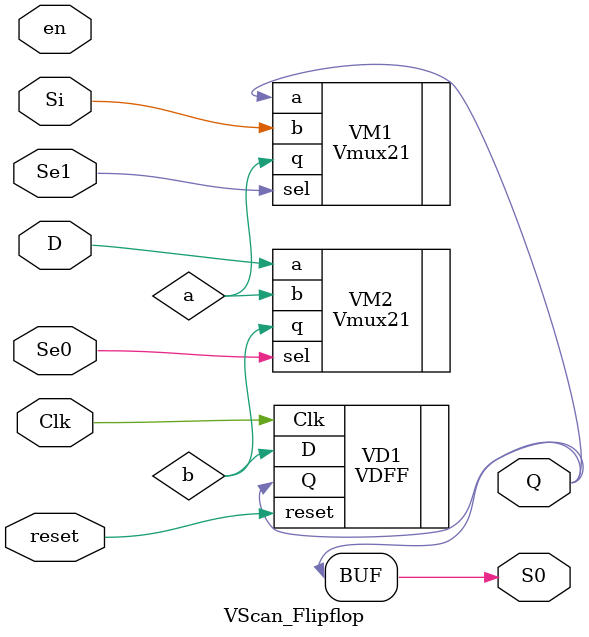
<source format=v>
module VScan_Flipflop(reset,Si,D,en,Se1,Se0,Clk,Q,S0);
  input reset,Si,D,Se1,Se0,Clk,en;
  output Q,S0;
  wire a,b;
  
  assign S0=Q;  
  
  VDFF VD1 (
    .D(b), 
    .Clk(Clk),
    .reset(reset), 
    .Q(Q)
    );
    
    
Vmux21 VM1 (
    .q(a), 
    .sel(Se1), 
    .a(S0), 
    .b(Si)
    );


Vmux21 VM2 (
    .q(b), 
    .sel(Se0), 
    .a(D), 
    .b(a)
    );

endmodule


</source>
